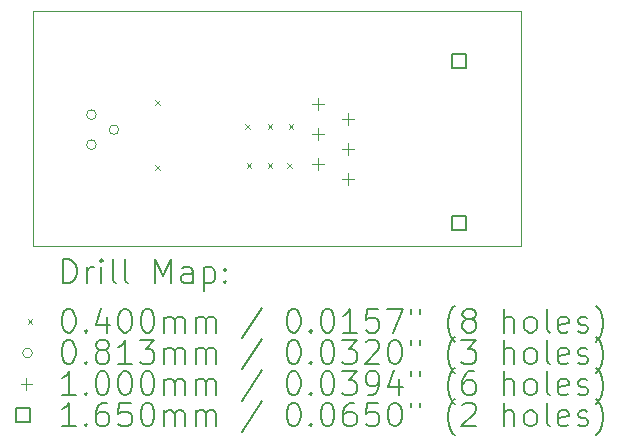
<source format=gbr>
%TF.GenerationSoftware,KiCad,Pcbnew,7.0.6*%
%TF.CreationDate,2023-12-02T19:26:26-07:00*%
%TF.ProjectId,Temp Sensor Board 1,54656d70-2053-4656-9e73-6f7220426f61,rev?*%
%TF.SameCoordinates,Original*%
%TF.FileFunction,Drillmap*%
%TF.FilePolarity,Positive*%
%FSLAX45Y45*%
G04 Gerber Fmt 4.5, Leading zero omitted, Abs format (unit mm)*
G04 Created by KiCad (PCBNEW 7.0.6) date 2023-12-02 19:26:26*
%MOMM*%
%LPD*%
G01*
G04 APERTURE LIST*
%ADD10C,0.100000*%
%ADD11C,0.200000*%
%ADD12C,0.040000*%
%ADD13C,0.081280*%
%ADD14C,0.165000*%
G04 APERTURE END LIST*
D10*
X11722100Y-7251700D02*
X15853665Y-7251700D01*
X15853665Y-9236965D01*
X11722100Y-9236965D01*
X11722100Y-7251700D01*
D11*
D12*
X12756200Y-8006400D02*
X12796200Y-8046400D01*
X12796200Y-8006400D02*
X12756200Y-8046400D01*
X12756200Y-8552500D02*
X12796200Y-8592500D01*
X12796200Y-8552500D02*
X12756200Y-8592500D01*
X13518200Y-8209600D02*
X13558200Y-8249600D01*
X13558200Y-8209600D02*
X13518200Y-8249600D01*
X13530900Y-8539800D02*
X13570900Y-8579800D01*
X13570900Y-8539800D02*
X13530900Y-8579800D01*
X13708700Y-8209600D02*
X13748700Y-8249600D01*
X13748700Y-8209600D02*
X13708700Y-8249600D01*
X13708700Y-8539800D02*
X13748700Y-8579800D01*
X13748700Y-8539800D02*
X13708700Y-8579800D01*
X13873800Y-8539800D02*
X13913800Y-8579800D01*
X13913800Y-8539800D02*
X13873800Y-8579800D01*
X13886500Y-8209600D02*
X13926500Y-8249600D01*
X13926500Y-8209600D02*
X13886500Y-8249600D01*
D13*
X12258040Y-8128000D02*
G75*
G03*
X12258040Y-8128000I-40640J0D01*
G01*
X12258040Y-8382000D02*
G75*
G03*
X12258040Y-8382000I-40640J0D01*
G01*
X12448540Y-8255000D02*
G75*
G03*
X12448540Y-8255000I-40640J0D01*
G01*
D10*
X14135100Y-7989100D02*
X14135100Y-8089100D01*
X14085100Y-8039100D02*
X14185100Y-8039100D01*
X14135100Y-8243100D02*
X14135100Y-8343100D01*
X14085100Y-8293100D02*
X14185100Y-8293100D01*
X14135100Y-8497100D02*
X14135100Y-8597100D01*
X14085100Y-8547100D02*
X14185100Y-8547100D01*
X14389100Y-8116100D02*
X14389100Y-8216100D01*
X14339100Y-8166100D02*
X14439100Y-8166100D01*
X14389100Y-8370100D02*
X14389100Y-8470100D01*
X14339100Y-8420100D02*
X14439100Y-8420100D01*
X14389100Y-8624100D02*
X14389100Y-8724100D01*
X14339100Y-8674100D02*
X14439100Y-8674100D01*
D14*
X15387437Y-7729437D02*
X15387437Y-7612763D01*
X15270763Y-7612763D01*
X15270763Y-7729437D01*
X15387437Y-7729437D01*
X15387437Y-9101437D02*
X15387437Y-8984763D01*
X15270763Y-8984763D01*
X15270763Y-9101437D01*
X15387437Y-9101437D01*
D11*
X11977877Y-9553448D02*
X11977877Y-9353448D01*
X11977877Y-9353448D02*
X12025496Y-9353448D01*
X12025496Y-9353448D02*
X12054067Y-9362972D01*
X12054067Y-9362972D02*
X12073115Y-9382020D01*
X12073115Y-9382020D02*
X12082639Y-9401067D01*
X12082639Y-9401067D02*
X12092162Y-9439163D01*
X12092162Y-9439163D02*
X12092162Y-9467734D01*
X12092162Y-9467734D02*
X12082639Y-9505829D01*
X12082639Y-9505829D02*
X12073115Y-9524877D01*
X12073115Y-9524877D02*
X12054067Y-9543925D01*
X12054067Y-9543925D02*
X12025496Y-9553448D01*
X12025496Y-9553448D02*
X11977877Y-9553448D01*
X12177877Y-9553448D02*
X12177877Y-9420115D01*
X12177877Y-9458210D02*
X12187401Y-9439163D01*
X12187401Y-9439163D02*
X12196924Y-9429639D01*
X12196924Y-9429639D02*
X12215972Y-9420115D01*
X12215972Y-9420115D02*
X12235020Y-9420115D01*
X12301686Y-9553448D02*
X12301686Y-9420115D01*
X12301686Y-9353448D02*
X12292162Y-9362972D01*
X12292162Y-9362972D02*
X12301686Y-9372496D01*
X12301686Y-9372496D02*
X12311210Y-9362972D01*
X12311210Y-9362972D02*
X12301686Y-9353448D01*
X12301686Y-9353448D02*
X12301686Y-9372496D01*
X12425496Y-9553448D02*
X12406448Y-9543925D01*
X12406448Y-9543925D02*
X12396924Y-9524877D01*
X12396924Y-9524877D02*
X12396924Y-9353448D01*
X12530258Y-9553448D02*
X12511210Y-9543925D01*
X12511210Y-9543925D02*
X12501686Y-9524877D01*
X12501686Y-9524877D02*
X12501686Y-9353448D01*
X12758829Y-9553448D02*
X12758829Y-9353448D01*
X12758829Y-9353448D02*
X12825496Y-9496306D01*
X12825496Y-9496306D02*
X12892162Y-9353448D01*
X12892162Y-9353448D02*
X12892162Y-9553448D01*
X13073115Y-9553448D02*
X13073115Y-9448687D01*
X13073115Y-9448687D02*
X13063591Y-9429639D01*
X13063591Y-9429639D02*
X13044543Y-9420115D01*
X13044543Y-9420115D02*
X13006448Y-9420115D01*
X13006448Y-9420115D02*
X12987401Y-9429639D01*
X13073115Y-9543925D02*
X13054067Y-9553448D01*
X13054067Y-9553448D02*
X13006448Y-9553448D01*
X13006448Y-9553448D02*
X12987401Y-9543925D01*
X12987401Y-9543925D02*
X12977877Y-9524877D01*
X12977877Y-9524877D02*
X12977877Y-9505829D01*
X12977877Y-9505829D02*
X12987401Y-9486782D01*
X12987401Y-9486782D02*
X13006448Y-9477258D01*
X13006448Y-9477258D02*
X13054067Y-9477258D01*
X13054067Y-9477258D02*
X13073115Y-9467734D01*
X13168353Y-9420115D02*
X13168353Y-9620115D01*
X13168353Y-9429639D02*
X13187401Y-9420115D01*
X13187401Y-9420115D02*
X13225496Y-9420115D01*
X13225496Y-9420115D02*
X13244543Y-9429639D01*
X13244543Y-9429639D02*
X13254067Y-9439163D01*
X13254067Y-9439163D02*
X13263591Y-9458210D01*
X13263591Y-9458210D02*
X13263591Y-9515353D01*
X13263591Y-9515353D02*
X13254067Y-9534401D01*
X13254067Y-9534401D02*
X13244543Y-9543925D01*
X13244543Y-9543925D02*
X13225496Y-9553448D01*
X13225496Y-9553448D02*
X13187401Y-9553448D01*
X13187401Y-9553448D02*
X13168353Y-9543925D01*
X13349305Y-9534401D02*
X13358829Y-9543925D01*
X13358829Y-9543925D02*
X13349305Y-9553448D01*
X13349305Y-9553448D02*
X13339782Y-9543925D01*
X13339782Y-9543925D02*
X13349305Y-9534401D01*
X13349305Y-9534401D02*
X13349305Y-9553448D01*
X13349305Y-9429639D02*
X13358829Y-9439163D01*
X13358829Y-9439163D02*
X13349305Y-9448687D01*
X13349305Y-9448687D02*
X13339782Y-9439163D01*
X13339782Y-9439163D02*
X13349305Y-9429639D01*
X13349305Y-9429639D02*
X13349305Y-9448687D01*
D12*
X11677100Y-9861965D02*
X11717100Y-9901965D01*
X11717100Y-9861965D02*
X11677100Y-9901965D01*
D11*
X12015972Y-9773448D02*
X12035020Y-9773448D01*
X12035020Y-9773448D02*
X12054067Y-9782972D01*
X12054067Y-9782972D02*
X12063591Y-9792496D01*
X12063591Y-9792496D02*
X12073115Y-9811544D01*
X12073115Y-9811544D02*
X12082639Y-9849639D01*
X12082639Y-9849639D02*
X12082639Y-9897258D01*
X12082639Y-9897258D02*
X12073115Y-9935353D01*
X12073115Y-9935353D02*
X12063591Y-9954401D01*
X12063591Y-9954401D02*
X12054067Y-9963925D01*
X12054067Y-9963925D02*
X12035020Y-9973448D01*
X12035020Y-9973448D02*
X12015972Y-9973448D01*
X12015972Y-9973448D02*
X11996924Y-9963925D01*
X11996924Y-9963925D02*
X11987401Y-9954401D01*
X11987401Y-9954401D02*
X11977877Y-9935353D01*
X11977877Y-9935353D02*
X11968353Y-9897258D01*
X11968353Y-9897258D02*
X11968353Y-9849639D01*
X11968353Y-9849639D02*
X11977877Y-9811544D01*
X11977877Y-9811544D02*
X11987401Y-9792496D01*
X11987401Y-9792496D02*
X11996924Y-9782972D01*
X11996924Y-9782972D02*
X12015972Y-9773448D01*
X12168353Y-9954401D02*
X12177877Y-9963925D01*
X12177877Y-9963925D02*
X12168353Y-9973448D01*
X12168353Y-9973448D02*
X12158829Y-9963925D01*
X12158829Y-9963925D02*
X12168353Y-9954401D01*
X12168353Y-9954401D02*
X12168353Y-9973448D01*
X12349305Y-9840115D02*
X12349305Y-9973448D01*
X12301686Y-9763925D02*
X12254067Y-9906782D01*
X12254067Y-9906782D02*
X12377877Y-9906782D01*
X12492162Y-9773448D02*
X12511210Y-9773448D01*
X12511210Y-9773448D02*
X12530258Y-9782972D01*
X12530258Y-9782972D02*
X12539782Y-9792496D01*
X12539782Y-9792496D02*
X12549305Y-9811544D01*
X12549305Y-9811544D02*
X12558829Y-9849639D01*
X12558829Y-9849639D02*
X12558829Y-9897258D01*
X12558829Y-9897258D02*
X12549305Y-9935353D01*
X12549305Y-9935353D02*
X12539782Y-9954401D01*
X12539782Y-9954401D02*
X12530258Y-9963925D01*
X12530258Y-9963925D02*
X12511210Y-9973448D01*
X12511210Y-9973448D02*
X12492162Y-9973448D01*
X12492162Y-9973448D02*
X12473115Y-9963925D01*
X12473115Y-9963925D02*
X12463591Y-9954401D01*
X12463591Y-9954401D02*
X12454067Y-9935353D01*
X12454067Y-9935353D02*
X12444543Y-9897258D01*
X12444543Y-9897258D02*
X12444543Y-9849639D01*
X12444543Y-9849639D02*
X12454067Y-9811544D01*
X12454067Y-9811544D02*
X12463591Y-9792496D01*
X12463591Y-9792496D02*
X12473115Y-9782972D01*
X12473115Y-9782972D02*
X12492162Y-9773448D01*
X12682639Y-9773448D02*
X12701686Y-9773448D01*
X12701686Y-9773448D02*
X12720734Y-9782972D01*
X12720734Y-9782972D02*
X12730258Y-9792496D01*
X12730258Y-9792496D02*
X12739782Y-9811544D01*
X12739782Y-9811544D02*
X12749305Y-9849639D01*
X12749305Y-9849639D02*
X12749305Y-9897258D01*
X12749305Y-9897258D02*
X12739782Y-9935353D01*
X12739782Y-9935353D02*
X12730258Y-9954401D01*
X12730258Y-9954401D02*
X12720734Y-9963925D01*
X12720734Y-9963925D02*
X12701686Y-9973448D01*
X12701686Y-9973448D02*
X12682639Y-9973448D01*
X12682639Y-9973448D02*
X12663591Y-9963925D01*
X12663591Y-9963925D02*
X12654067Y-9954401D01*
X12654067Y-9954401D02*
X12644543Y-9935353D01*
X12644543Y-9935353D02*
X12635020Y-9897258D01*
X12635020Y-9897258D02*
X12635020Y-9849639D01*
X12635020Y-9849639D02*
X12644543Y-9811544D01*
X12644543Y-9811544D02*
X12654067Y-9792496D01*
X12654067Y-9792496D02*
X12663591Y-9782972D01*
X12663591Y-9782972D02*
X12682639Y-9773448D01*
X12835020Y-9973448D02*
X12835020Y-9840115D01*
X12835020Y-9859163D02*
X12844543Y-9849639D01*
X12844543Y-9849639D02*
X12863591Y-9840115D01*
X12863591Y-9840115D02*
X12892163Y-9840115D01*
X12892163Y-9840115D02*
X12911210Y-9849639D01*
X12911210Y-9849639D02*
X12920734Y-9868687D01*
X12920734Y-9868687D02*
X12920734Y-9973448D01*
X12920734Y-9868687D02*
X12930258Y-9849639D01*
X12930258Y-9849639D02*
X12949305Y-9840115D01*
X12949305Y-9840115D02*
X12977877Y-9840115D01*
X12977877Y-9840115D02*
X12996924Y-9849639D01*
X12996924Y-9849639D02*
X13006448Y-9868687D01*
X13006448Y-9868687D02*
X13006448Y-9973448D01*
X13101686Y-9973448D02*
X13101686Y-9840115D01*
X13101686Y-9859163D02*
X13111210Y-9849639D01*
X13111210Y-9849639D02*
X13130258Y-9840115D01*
X13130258Y-9840115D02*
X13158829Y-9840115D01*
X13158829Y-9840115D02*
X13177877Y-9849639D01*
X13177877Y-9849639D02*
X13187401Y-9868687D01*
X13187401Y-9868687D02*
X13187401Y-9973448D01*
X13187401Y-9868687D02*
X13196924Y-9849639D01*
X13196924Y-9849639D02*
X13215972Y-9840115D01*
X13215972Y-9840115D02*
X13244543Y-9840115D01*
X13244543Y-9840115D02*
X13263591Y-9849639D01*
X13263591Y-9849639D02*
X13273115Y-9868687D01*
X13273115Y-9868687D02*
X13273115Y-9973448D01*
X13663591Y-9763925D02*
X13492163Y-10021067D01*
X13920734Y-9773448D02*
X13939782Y-9773448D01*
X13939782Y-9773448D02*
X13958829Y-9782972D01*
X13958829Y-9782972D02*
X13968353Y-9792496D01*
X13968353Y-9792496D02*
X13977877Y-9811544D01*
X13977877Y-9811544D02*
X13987401Y-9849639D01*
X13987401Y-9849639D02*
X13987401Y-9897258D01*
X13987401Y-9897258D02*
X13977877Y-9935353D01*
X13977877Y-9935353D02*
X13968353Y-9954401D01*
X13968353Y-9954401D02*
X13958829Y-9963925D01*
X13958829Y-9963925D02*
X13939782Y-9973448D01*
X13939782Y-9973448D02*
X13920734Y-9973448D01*
X13920734Y-9973448D02*
X13901686Y-9963925D01*
X13901686Y-9963925D02*
X13892163Y-9954401D01*
X13892163Y-9954401D02*
X13882639Y-9935353D01*
X13882639Y-9935353D02*
X13873115Y-9897258D01*
X13873115Y-9897258D02*
X13873115Y-9849639D01*
X13873115Y-9849639D02*
X13882639Y-9811544D01*
X13882639Y-9811544D02*
X13892163Y-9792496D01*
X13892163Y-9792496D02*
X13901686Y-9782972D01*
X13901686Y-9782972D02*
X13920734Y-9773448D01*
X14073115Y-9954401D02*
X14082639Y-9963925D01*
X14082639Y-9963925D02*
X14073115Y-9973448D01*
X14073115Y-9973448D02*
X14063591Y-9963925D01*
X14063591Y-9963925D02*
X14073115Y-9954401D01*
X14073115Y-9954401D02*
X14073115Y-9973448D01*
X14206448Y-9773448D02*
X14225496Y-9773448D01*
X14225496Y-9773448D02*
X14244544Y-9782972D01*
X14244544Y-9782972D02*
X14254067Y-9792496D01*
X14254067Y-9792496D02*
X14263591Y-9811544D01*
X14263591Y-9811544D02*
X14273115Y-9849639D01*
X14273115Y-9849639D02*
X14273115Y-9897258D01*
X14273115Y-9897258D02*
X14263591Y-9935353D01*
X14263591Y-9935353D02*
X14254067Y-9954401D01*
X14254067Y-9954401D02*
X14244544Y-9963925D01*
X14244544Y-9963925D02*
X14225496Y-9973448D01*
X14225496Y-9973448D02*
X14206448Y-9973448D01*
X14206448Y-9973448D02*
X14187401Y-9963925D01*
X14187401Y-9963925D02*
X14177877Y-9954401D01*
X14177877Y-9954401D02*
X14168353Y-9935353D01*
X14168353Y-9935353D02*
X14158829Y-9897258D01*
X14158829Y-9897258D02*
X14158829Y-9849639D01*
X14158829Y-9849639D02*
X14168353Y-9811544D01*
X14168353Y-9811544D02*
X14177877Y-9792496D01*
X14177877Y-9792496D02*
X14187401Y-9782972D01*
X14187401Y-9782972D02*
X14206448Y-9773448D01*
X14463591Y-9973448D02*
X14349306Y-9973448D01*
X14406448Y-9973448D02*
X14406448Y-9773448D01*
X14406448Y-9773448D02*
X14387401Y-9802020D01*
X14387401Y-9802020D02*
X14368353Y-9821067D01*
X14368353Y-9821067D02*
X14349306Y-9830591D01*
X14644544Y-9773448D02*
X14549306Y-9773448D01*
X14549306Y-9773448D02*
X14539782Y-9868687D01*
X14539782Y-9868687D02*
X14549306Y-9859163D01*
X14549306Y-9859163D02*
X14568353Y-9849639D01*
X14568353Y-9849639D02*
X14615972Y-9849639D01*
X14615972Y-9849639D02*
X14635020Y-9859163D01*
X14635020Y-9859163D02*
X14644544Y-9868687D01*
X14644544Y-9868687D02*
X14654067Y-9887734D01*
X14654067Y-9887734D02*
X14654067Y-9935353D01*
X14654067Y-9935353D02*
X14644544Y-9954401D01*
X14644544Y-9954401D02*
X14635020Y-9963925D01*
X14635020Y-9963925D02*
X14615972Y-9973448D01*
X14615972Y-9973448D02*
X14568353Y-9973448D01*
X14568353Y-9973448D02*
X14549306Y-9963925D01*
X14549306Y-9963925D02*
X14539782Y-9954401D01*
X14720734Y-9773448D02*
X14854067Y-9773448D01*
X14854067Y-9773448D02*
X14768353Y-9973448D01*
X14920734Y-9773448D02*
X14920734Y-9811544D01*
X14996925Y-9773448D02*
X14996925Y-9811544D01*
X15292163Y-10049639D02*
X15282639Y-10040115D01*
X15282639Y-10040115D02*
X15263591Y-10011544D01*
X15263591Y-10011544D02*
X15254068Y-9992496D01*
X15254068Y-9992496D02*
X15244544Y-9963925D01*
X15244544Y-9963925D02*
X15235020Y-9916306D01*
X15235020Y-9916306D02*
X15235020Y-9878210D01*
X15235020Y-9878210D02*
X15244544Y-9830591D01*
X15244544Y-9830591D02*
X15254068Y-9802020D01*
X15254068Y-9802020D02*
X15263591Y-9782972D01*
X15263591Y-9782972D02*
X15282639Y-9754401D01*
X15282639Y-9754401D02*
X15292163Y-9744877D01*
X15396925Y-9859163D02*
X15377877Y-9849639D01*
X15377877Y-9849639D02*
X15368353Y-9840115D01*
X15368353Y-9840115D02*
X15358829Y-9821067D01*
X15358829Y-9821067D02*
X15358829Y-9811544D01*
X15358829Y-9811544D02*
X15368353Y-9792496D01*
X15368353Y-9792496D02*
X15377877Y-9782972D01*
X15377877Y-9782972D02*
X15396925Y-9773448D01*
X15396925Y-9773448D02*
X15435020Y-9773448D01*
X15435020Y-9773448D02*
X15454068Y-9782972D01*
X15454068Y-9782972D02*
X15463591Y-9792496D01*
X15463591Y-9792496D02*
X15473115Y-9811544D01*
X15473115Y-9811544D02*
X15473115Y-9821067D01*
X15473115Y-9821067D02*
X15463591Y-9840115D01*
X15463591Y-9840115D02*
X15454068Y-9849639D01*
X15454068Y-9849639D02*
X15435020Y-9859163D01*
X15435020Y-9859163D02*
X15396925Y-9859163D01*
X15396925Y-9859163D02*
X15377877Y-9868687D01*
X15377877Y-9868687D02*
X15368353Y-9878210D01*
X15368353Y-9878210D02*
X15358829Y-9897258D01*
X15358829Y-9897258D02*
X15358829Y-9935353D01*
X15358829Y-9935353D02*
X15368353Y-9954401D01*
X15368353Y-9954401D02*
X15377877Y-9963925D01*
X15377877Y-9963925D02*
X15396925Y-9973448D01*
X15396925Y-9973448D02*
X15435020Y-9973448D01*
X15435020Y-9973448D02*
X15454068Y-9963925D01*
X15454068Y-9963925D02*
X15463591Y-9954401D01*
X15463591Y-9954401D02*
X15473115Y-9935353D01*
X15473115Y-9935353D02*
X15473115Y-9897258D01*
X15473115Y-9897258D02*
X15463591Y-9878210D01*
X15463591Y-9878210D02*
X15454068Y-9868687D01*
X15454068Y-9868687D02*
X15435020Y-9859163D01*
X15711210Y-9973448D02*
X15711210Y-9773448D01*
X15796925Y-9973448D02*
X15796925Y-9868687D01*
X15796925Y-9868687D02*
X15787401Y-9849639D01*
X15787401Y-9849639D02*
X15768353Y-9840115D01*
X15768353Y-9840115D02*
X15739782Y-9840115D01*
X15739782Y-9840115D02*
X15720734Y-9849639D01*
X15720734Y-9849639D02*
X15711210Y-9859163D01*
X15920734Y-9973448D02*
X15901687Y-9963925D01*
X15901687Y-9963925D02*
X15892163Y-9954401D01*
X15892163Y-9954401D02*
X15882639Y-9935353D01*
X15882639Y-9935353D02*
X15882639Y-9878210D01*
X15882639Y-9878210D02*
X15892163Y-9859163D01*
X15892163Y-9859163D02*
X15901687Y-9849639D01*
X15901687Y-9849639D02*
X15920734Y-9840115D01*
X15920734Y-9840115D02*
X15949306Y-9840115D01*
X15949306Y-9840115D02*
X15968353Y-9849639D01*
X15968353Y-9849639D02*
X15977877Y-9859163D01*
X15977877Y-9859163D02*
X15987401Y-9878210D01*
X15987401Y-9878210D02*
X15987401Y-9935353D01*
X15987401Y-9935353D02*
X15977877Y-9954401D01*
X15977877Y-9954401D02*
X15968353Y-9963925D01*
X15968353Y-9963925D02*
X15949306Y-9973448D01*
X15949306Y-9973448D02*
X15920734Y-9973448D01*
X16101687Y-9973448D02*
X16082639Y-9963925D01*
X16082639Y-9963925D02*
X16073115Y-9944877D01*
X16073115Y-9944877D02*
X16073115Y-9773448D01*
X16254068Y-9963925D02*
X16235020Y-9973448D01*
X16235020Y-9973448D02*
X16196925Y-9973448D01*
X16196925Y-9973448D02*
X16177877Y-9963925D01*
X16177877Y-9963925D02*
X16168353Y-9944877D01*
X16168353Y-9944877D02*
X16168353Y-9868687D01*
X16168353Y-9868687D02*
X16177877Y-9849639D01*
X16177877Y-9849639D02*
X16196925Y-9840115D01*
X16196925Y-9840115D02*
X16235020Y-9840115D01*
X16235020Y-9840115D02*
X16254068Y-9849639D01*
X16254068Y-9849639D02*
X16263591Y-9868687D01*
X16263591Y-9868687D02*
X16263591Y-9887734D01*
X16263591Y-9887734D02*
X16168353Y-9906782D01*
X16339782Y-9963925D02*
X16358830Y-9973448D01*
X16358830Y-9973448D02*
X16396925Y-9973448D01*
X16396925Y-9973448D02*
X16415972Y-9963925D01*
X16415972Y-9963925D02*
X16425496Y-9944877D01*
X16425496Y-9944877D02*
X16425496Y-9935353D01*
X16425496Y-9935353D02*
X16415972Y-9916306D01*
X16415972Y-9916306D02*
X16396925Y-9906782D01*
X16396925Y-9906782D02*
X16368353Y-9906782D01*
X16368353Y-9906782D02*
X16349306Y-9897258D01*
X16349306Y-9897258D02*
X16339782Y-9878210D01*
X16339782Y-9878210D02*
X16339782Y-9868687D01*
X16339782Y-9868687D02*
X16349306Y-9849639D01*
X16349306Y-9849639D02*
X16368353Y-9840115D01*
X16368353Y-9840115D02*
X16396925Y-9840115D01*
X16396925Y-9840115D02*
X16415972Y-9849639D01*
X16492163Y-10049639D02*
X16501687Y-10040115D01*
X16501687Y-10040115D02*
X16520734Y-10011544D01*
X16520734Y-10011544D02*
X16530258Y-9992496D01*
X16530258Y-9992496D02*
X16539782Y-9963925D01*
X16539782Y-9963925D02*
X16549306Y-9916306D01*
X16549306Y-9916306D02*
X16549306Y-9878210D01*
X16549306Y-9878210D02*
X16539782Y-9830591D01*
X16539782Y-9830591D02*
X16530258Y-9802020D01*
X16530258Y-9802020D02*
X16520734Y-9782972D01*
X16520734Y-9782972D02*
X16501687Y-9754401D01*
X16501687Y-9754401D02*
X16492163Y-9744877D01*
D13*
X11717100Y-10145965D02*
G75*
G03*
X11717100Y-10145965I-40640J0D01*
G01*
D11*
X12015972Y-10037448D02*
X12035020Y-10037448D01*
X12035020Y-10037448D02*
X12054067Y-10046972D01*
X12054067Y-10046972D02*
X12063591Y-10056496D01*
X12063591Y-10056496D02*
X12073115Y-10075544D01*
X12073115Y-10075544D02*
X12082639Y-10113639D01*
X12082639Y-10113639D02*
X12082639Y-10161258D01*
X12082639Y-10161258D02*
X12073115Y-10199353D01*
X12073115Y-10199353D02*
X12063591Y-10218401D01*
X12063591Y-10218401D02*
X12054067Y-10227925D01*
X12054067Y-10227925D02*
X12035020Y-10237448D01*
X12035020Y-10237448D02*
X12015972Y-10237448D01*
X12015972Y-10237448D02*
X11996924Y-10227925D01*
X11996924Y-10227925D02*
X11987401Y-10218401D01*
X11987401Y-10218401D02*
X11977877Y-10199353D01*
X11977877Y-10199353D02*
X11968353Y-10161258D01*
X11968353Y-10161258D02*
X11968353Y-10113639D01*
X11968353Y-10113639D02*
X11977877Y-10075544D01*
X11977877Y-10075544D02*
X11987401Y-10056496D01*
X11987401Y-10056496D02*
X11996924Y-10046972D01*
X11996924Y-10046972D02*
X12015972Y-10037448D01*
X12168353Y-10218401D02*
X12177877Y-10227925D01*
X12177877Y-10227925D02*
X12168353Y-10237448D01*
X12168353Y-10237448D02*
X12158829Y-10227925D01*
X12158829Y-10227925D02*
X12168353Y-10218401D01*
X12168353Y-10218401D02*
X12168353Y-10237448D01*
X12292162Y-10123163D02*
X12273115Y-10113639D01*
X12273115Y-10113639D02*
X12263591Y-10104115D01*
X12263591Y-10104115D02*
X12254067Y-10085067D01*
X12254067Y-10085067D02*
X12254067Y-10075544D01*
X12254067Y-10075544D02*
X12263591Y-10056496D01*
X12263591Y-10056496D02*
X12273115Y-10046972D01*
X12273115Y-10046972D02*
X12292162Y-10037448D01*
X12292162Y-10037448D02*
X12330258Y-10037448D01*
X12330258Y-10037448D02*
X12349305Y-10046972D01*
X12349305Y-10046972D02*
X12358829Y-10056496D01*
X12358829Y-10056496D02*
X12368353Y-10075544D01*
X12368353Y-10075544D02*
X12368353Y-10085067D01*
X12368353Y-10085067D02*
X12358829Y-10104115D01*
X12358829Y-10104115D02*
X12349305Y-10113639D01*
X12349305Y-10113639D02*
X12330258Y-10123163D01*
X12330258Y-10123163D02*
X12292162Y-10123163D01*
X12292162Y-10123163D02*
X12273115Y-10132687D01*
X12273115Y-10132687D02*
X12263591Y-10142210D01*
X12263591Y-10142210D02*
X12254067Y-10161258D01*
X12254067Y-10161258D02*
X12254067Y-10199353D01*
X12254067Y-10199353D02*
X12263591Y-10218401D01*
X12263591Y-10218401D02*
X12273115Y-10227925D01*
X12273115Y-10227925D02*
X12292162Y-10237448D01*
X12292162Y-10237448D02*
X12330258Y-10237448D01*
X12330258Y-10237448D02*
X12349305Y-10227925D01*
X12349305Y-10227925D02*
X12358829Y-10218401D01*
X12358829Y-10218401D02*
X12368353Y-10199353D01*
X12368353Y-10199353D02*
X12368353Y-10161258D01*
X12368353Y-10161258D02*
X12358829Y-10142210D01*
X12358829Y-10142210D02*
X12349305Y-10132687D01*
X12349305Y-10132687D02*
X12330258Y-10123163D01*
X12558829Y-10237448D02*
X12444543Y-10237448D01*
X12501686Y-10237448D02*
X12501686Y-10037448D01*
X12501686Y-10037448D02*
X12482639Y-10066020D01*
X12482639Y-10066020D02*
X12463591Y-10085067D01*
X12463591Y-10085067D02*
X12444543Y-10094591D01*
X12625496Y-10037448D02*
X12749305Y-10037448D01*
X12749305Y-10037448D02*
X12682639Y-10113639D01*
X12682639Y-10113639D02*
X12711210Y-10113639D01*
X12711210Y-10113639D02*
X12730258Y-10123163D01*
X12730258Y-10123163D02*
X12739782Y-10132687D01*
X12739782Y-10132687D02*
X12749305Y-10151734D01*
X12749305Y-10151734D02*
X12749305Y-10199353D01*
X12749305Y-10199353D02*
X12739782Y-10218401D01*
X12739782Y-10218401D02*
X12730258Y-10227925D01*
X12730258Y-10227925D02*
X12711210Y-10237448D01*
X12711210Y-10237448D02*
X12654067Y-10237448D01*
X12654067Y-10237448D02*
X12635020Y-10227925D01*
X12635020Y-10227925D02*
X12625496Y-10218401D01*
X12835020Y-10237448D02*
X12835020Y-10104115D01*
X12835020Y-10123163D02*
X12844543Y-10113639D01*
X12844543Y-10113639D02*
X12863591Y-10104115D01*
X12863591Y-10104115D02*
X12892163Y-10104115D01*
X12892163Y-10104115D02*
X12911210Y-10113639D01*
X12911210Y-10113639D02*
X12920734Y-10132687D01*
X12920734Y-10132687D02*
X12920734Y-10237448D01*
X12920734Y-10132687D02*
X12930258Y-10113639D01*
X12930258Y-10113639D02*
X12949305Y-10104115D01*
X12949305Y-10104115D02*
X12977877Y-10104115D01*
X12977877Y-10104115D02*
X12996924Y-10113639D01*
X12996924Y-10113639D02*
X13006448Y-10132687D01*
X13006448Y-10132687D02*
X13006448Y-10237448D01*
X13101686Y-10237448D02*
X13101686Y-10104115D01*
X13101686Y-10123163D02*
X13111210Y-10113639D01*
X13111210Y-10113639D02*
X13130258Y-10104115D01*
X13130258Y-10104115D02*
X13158829Y-10104115D01*
X13158829Y-10104115D02*
X13177877Y-10113639D01*
X13177877Y-10113639D02*
X13187401Y-10132687D01*
X13187401Y-10132687D02*
X13187401Y-10237448D01*
X13187401Y-10132687D02*
X13196924Y-10113639D01*
X13196924Y-10113639D02*
X13215972Y-10104115D01*
X13215972Y-10104115D02*
X13244543Y-10104115D01*
X13244543Y-10104115D02*
X13263591Y-10113639D01*
X13263591Y-10113639D02*
X13273115Y-10132687D01*
X13273115Y-10132687D02*
X13273115Y-10237448D01*
X13663591Y-10027925D02*
X13492163Y-10285067D01*
X13920734Y-10037448D02*
X13939782Y-10037448D01*
X13939782Y-10037448D02*
X13958829Y-10046972D01*
X13958829Y-10046972D02*
X13968353Y-10056496D01*
X13968353Y-10056496D02*
X13977877Y-10075544D01*
X13977877Y-10075544D02*
X13987401Y-10113639D01*
X13987401Y-10113639D02*
X13987401Y-10161258D01*
X13987401Y-10161258D02*
X13977877Y-10199353D01*
X13977877Y-10199353D02*
X13968353Y-10218401D01*
X13968353Y-10218401D02*
X13958829Y-10227925D01*
X13958829Y-10227925D02*
X13939782Y-10237448D01*
X13939782Y-10237448D02*
X13920734Y-10237448D01*
X13920734Y-10237448D02*
X13901686Y-10227925D01*
X13901686Y-10227925D02*
X13892163Y-10218401D01*
X13892163Y-10218401D02*
X13882639Y-10199353D01*
X13882639Y-10199353D02*
X13873115Y-10161258D01*
X13873115Y-10161258D02*
X13873115Y-10113639D01*
X13873115Y-10113639D02*
X13882639Y-10075544D01*
X13882639Y-10075544D02*
X13892163Y-10056496D01*
X13892163Y-10056496D02*
X13901686Y-10046972D01*
X13901686Y-10046972D02*
X13920734Y-10037448D01*
X14073115Y-10218401D02*
X14082639Y-10227925D01*
X14082639Y-10227925D02*
X14073115Y-10237448D01*
X14073115Y-10237448D02*
X14063591Y-10227925D01*
X14063591Y-10227925D02*
X14073115Y-10218401D01*
X14073115Y-10218401D02*
X14073115Y-10237448D01*
X14206448Y-10037448D02*
X14225496Y-10037448D01*
X14225496Y-10037448D02*
X14244544Y-10046972D01*
X14244544Y-10046972D02*
X14254067Y-10056496D01*
X14254067Y-10056496D02*
X14263591Y-10075544D01*
X14263591Y-10075544D02*
X14273115Y-10113639D01*
X14273115Y-10113639D02*
X14273115Y-10161258D01*
X14273115Y-10161258D02*
X14263591Y-10199353D01*
X14263591Y-10199353D02*
X14254067Y-10218401D01*
X14254067Y-10218401D02*
X14244544Y-10227925D01*
X14244544Y-10227925D02*
X14225496Y-10237448D01*
X14225496Y-10237448D02*
X14206448Y-10237448D01*
X14206448Y-10237448D02*
X14187401Y-10227925D01*
X14187401Y-10227925D02*
X14177877Y-10218401D01*
X14177877Y-10218401D02*
X14168353Y-10199353D01*
X14168353Y-10199353D02*
X14158829Y-10161258D01*
X14158829Y-10161258D02*
X14158829Y-10113639D01*
X14158829Y-10113639D02*
X14168353Y-10075544D01*
X14168353Y-10075544D02*
X14177877Y-10056496D01*
X14177877Y-10056496D02*
X14187401Y-10046972D01*
X14187401Y-10046972D02*
X14206448Y-10037448D01*
X14339782Y-10037448D02*
X14463591Y-10037448D01*
X14463591Y-10037448D02*
X14396925Y-10113639D01*
X14396925Y-10113639D02*
X14425496Y-10113639D01*
X14425496Y-10113639D02*
X14444544Y-10123163D01*
X14444544Y-10123163D02*
X14454067Y-10132687D01*
X14454067Y-10132687D02*
X14463591Y-10151734D01*
X14463591Y-10151734D02*
X14463591Y-10199353D01*
X14463591Y-10199353D02*
X14454067Y-10218401D01*
X14454067Y-10218401D02*
X14444544Y-10227925D01*
X14444544Y-10227925D02*
X14425496Y-10237448D01*
X14425496Y-10237448D02*
X14368353Y-10237448D01*
X14368353Y-10237448D02*
X14349306Y-10227925D01*
X14349306Y-10227925D02*
X14339782Y-10218401D01*
X14539782Y-10056496D02*
X14549306Y-10046972D01*
X14549306Y-10046972D02*
X14568353Y-10037448D01*
X14568353Y-10037448D02*
X14615972Y-10037448D01*
X14615972Y-10037448D02*
X14635020Y-10046972D01*
X14635020Y-10046972D02*
X14644544Y-10056496D01*
X14644544Y-10056496D02*
X14654067Y-10075544D01*
X14654067Y-10075544D02*
X14654067Y-10094591D01*
X14654067Y-10094591D02*
X14644544Y-10123163D01*
X14644544Y-10123163D02*
X14530258Y-10237448D01*
X14530258Y-10237448D02*
X14654067Y-10237448D01*
X14777877Y-10037448D02*
X14796925Y-10037448D01*
X14796925Y-10037448D02*
X14815972Y-10046972D01*
X14815972Y-10046972D02*
X14825496Y-10056496D01*
X14825496Y-10056496D02*
X14835020Y-10075544D01*
X14835020Y-10075544D02*
X14844544Y-10113639D01*
X14844544Y-10113639D02*
X14844544Y-10161258D01*
X14844544Y-10161258D02*
X14835020Y-10199353D01*
X14835020Y-10199353D02*
X14825496Y-10218401D01*
X14825496Y-10218401D02*
X14815972Y-10227925D01*
X14815972Y-10227925D02*
X14796925Y-10237448D01*
X14796925Y-10237448D02*
X14777877Y-10237448D01*
X14777877Y-10237448D02*
X14758829Y-10227925D01*
X14758829Y-10227925D02*
X14749306Y-10218401D01*
X14749306Y-10218401D02*
X14739782Y-10199353D01*
X14739782Y-10199353D02*
X14730258Y-10161258D01*
X14730258Y-10161258D02*
X14730258Y-10113639D01*
X14730258Y-10113639D02*
X14739782Y-10075544D01*
X14739782Y-10075544D02*
X14749306Y-10056496D01*
X14749306Y-10056496D02*
X14758829Y-10046972D01*
X14758829Y-10046972D02*
X14777877Y-10037448D01*
X14920734Y-10037448D02*
X14920734Y-10075544D01*
X14996925Y-10037448D02*
X14996925Y-10075544D01*
X15292163Y-10313639D02*
X15282639Y-10304115D01*
X15282639Y-10304115D02*
X15263591Y-10275544D01*
X15263591Y-10275544D02*
X15254068Y-10256496D01*
X15254068Y-10256496D02*
X15244544Y-10227925D01*
X15244544Y-10227925D02*
X15235020Y-10180306D01*
X15235020Y-10180306D02*
X15235020Y-10142210D01*
X15235020Y-10142210D02*
X15244544Y-10094591D01*
X15244544Y-10094591D02*
X15254068Y-10066020D01*
X15254068Y-10066020D02*
X15263591Y-10046972D01*
X15263591Y-10046972D02*
X15282639Y-10018401D01*
X15282639Y-10018401D02*
X15292163Y-10008877D01*
X15349306Y-10037448D02*
X15473115Y-10037448D01*
X15473115Y-10037448D02*
X15406448Y-10113639D01*
X15406448Y-10113639D02*
X15435020Y-10113639D01*
X15435020Y-10113639D02*
X15454068Y-10123163D01*
X15454068Y-10123163D02*
X15463591Y-10132687D01*
X15463591Y-10132687D02*
X15473115Y-10151734D01*
X15473115Y-10151734D02*
X15473115Y-10199353D01*
X15473115Y-10199353D02*
X15463591Y-10218401D01*
X15463591Y-10218401D02*
X15454068Y-10227925D01*
X15454068Y-10227925D02*
X15435020Y-10237448D01*
X15435020Y-10237448D02*
X15377877Y-10237448D01*
X15377877Y-10237448D02*
X15358829Y-10227925D01*
X15358829Y-10227925D02*
X15349306Y-10218401D01*
X15711210Y-10237448D02*
X15711210Y-10037448D01*
X15796925Y-10237448D02*
X15796925Y-10132687D01*
X15796925Y-10132687D02*
X15787401Y-10113639D01*
X15787401Y-10113639D02*
X15768353Y-10104115D01*
X15768353Y-10104115D02*
X15739782Y-10104115D01*
X15739782Y-10104115D02*
X15720734Y-10113639D01*
X15720734Y-10113639D02*
X15711210Y-10123163D01*
X15920734Y-10237448D02*
X15901687Y-10227925D01*
X15901687Y-10227925D02*
X15892163Y-10218401D01*
X15892163Y-10218401D02*
X15882639Y-10199353D01*
X15882639Y-10199353D02*
X15882639Y-10142210D01*
X15882639Y-10142210D02*
X15892163Y-10123163D01*
X15892163Y-10123163D02*
X15901687Y-10113639D01*
X15901687Y-10113639D02*
X15920734Y-10104115D01*
X15920734Y-10104115D02*
X15949306Y-10104115D01*
X15949306Y-10104115D02*
X15968353Y-10113639D01*
X15968353Y-10113639D02*
X15977877Y-10123163D01*
X15977877Y-10123163D02*
X15987401Y-10142210D01*
X15987401Y-10142210D02*
X15987401Y-10199353D01*
X15987401Y-10199353D02*
X15977877Y-10218401D01*
X15977877Y-10218401D02*
X15968353Y-10227925D01*
X15968353Y-10227925D02*
X15949306Y-10237448D01*
X15949306Y-10237448D02*
X15920734Y-10237448D01*
X16101687Y-10237448D02*
X16082639Y-10227925D01*
X16082639Y-10227925D02*
X16073115Y-10208877D01*
X16073115Y-10208877D02*
X16073115Y-10037448D01*
X16254068Y-10227925D02*
X16235020Y-10237448D01*
X16235020Y-10237448D02*
X16196925Y-10237448D01*
X16196925Y-10237448D02*
X16177877Y-10227925D01*
X16177877Y-10227925D02*
X16168353Y-10208877D01*
X16168353Y-10208877D02*
X16168353Y-10132687D01*
X16168353Y-10132687D02*
X16177877Y-10113639D01*
X16177877Y-10113639D02*
X16196925Y-10104115D01*
X16196925Y-10104115D02*
X16235020Y-10104115D01*
X16235020Y-10104115D02*
X16254068Y-10113639D01*
X16254068Y-10113639D02*
X16263591Y-10132687D01*
X16263591Y-10132687D02*
X16263591Y-10151734D01*
X16263591Y-10151734D02*
X16168353Y-10170782D01*
X16339782Y-10227925D02*
X16358830Y-10237448D01*
X16358830Y-10237448D02*
X16396925Y-10237448D01*
X16396925Y-10237448D02*
X16415972Y-10227925D01*
X16415972Y-10227925D02*
X16425496Y-10208877D01*
X16425496Y-10208877D02*
X16425496Y-10199353D01*
X16425496Y-10199353D02*
X16415972Y-10180306D01*
X16415972Y-10180306D02*
X16396925Y-10170782D01*
X16396925Y-10170782D02*
X16368353Y-10170782D01*
X16368353Y-10170782D02*
X16349306Y-10161258D01*
X16349306Y-10161258D02*
X16339782Y-10142210D01*
X16339782Y-10142210D02*
X16339782Y-10132687D01*
X16339782Y-10132687D02*
X16349306Y-10113639D01*
X16349306Y-10113639D02*
X16368353Y-10104115D01*
X16368353Y-10104115D02*
X16396925Y-10104115D01*
X16396925Y-10104115D02*
X16415972Y-10113639D01*
X16492163Y-10313639D02*
X16501687Y-10304115D01*
X16501687Y-10304115D02*
X16520734Y-10275544D01*
X16520734Y-10275544D02*
X16530258Y-10256496D01*
X16530258Y-10256496D02*
X16539782Y-10227925D01*
X16539782Y-10227925D02*
X16549306Y-10180306D01*
X16549306Y-10180306D02*
X16549306Y-10142210D01*
X16549306Y-10142210D02*
X16539782Y-10094591D01*
X16539782Y-10094591D02*
X16530258Y-10066020D01*
X16530258Y-10066020D02*
X16520734Y-10046972D01*
X16520734Y-10046972D02*
X16501687Y-10018401D01*
X16501687Y-10018401D02*
X16492163Y-10008877D01*
D10*
X11667100Y-10359965D02*
X11667100Y-10459965D01*
X11617100Y-10409965D02*
X11717100Y-10409965D01*
D11*
X12082639Y-10501448D02*
X11968353Y-10501448D01*
X12025496Y-10501448D02*
X12025496Y-10301448D01*
X12025496Y-10301448D02*
X12006448Y-10330020D01*
X12006448Y-10330020D02*
X11987401Y-10349067D01*
X11987401Y-10349067D02*
X11968353Y-10358591D01*
X12168353Y-10482401D02*
X12177877Y-10491925D01*
X12177877Y-10491925D02*
X12168353Y-10501448D01*
X12168353Y-10501448D02*
X12158829Y-10491925D01*
X12158829Y-10491925D02*
X12168353Y-10482401D01*
X12168353Y-10482401D02*
X12168353Y-10501448D01*
X12301686Y-10301448D02*
X12320734Y-10301448D01*
X12320734Y-10301448D02*
X12339782Y-10310972D01*
X12339782Y-10310972D02*
X12349305Y-10320496D01*
X12349305Y-10320496D02*
X12358829Y-10339544D01*
X12358829Y-10339544D02*
X12368353Y-10377639D01*
X12368353Y-10377639D02*
X12368353Y-10425258D01*
X12368353Y-10425258D02*
X12358829Y-10463353D01*
X12358829Y-10463353D02*
X12349305Y-10482401D01*
X12349305Y-10482401D02*
X12339782Y-10491925D01*
X12339782Y-10491925D02*
X12320734Y-10501448D01*
X12320734Y-10501448D02*
X12301686Y-10501448D01*
X12301686Y-10501448D02*
X12282639Y-10491925D01*
X12282639Y-10491925D02*
X12273115Y-10482401D01*
X12273115Y-10482401D02*
X12263591Y-10463353D01*
X12263591Y-10463353D02*
X12254067Y-10425258D01*
X12254067Y-10425258D02*
X12254067Y-10377639D01*
X12254067Y-10377639D02*
X12263591Y-10339544D01*
X12263591Y-10339544D02*
X12273115Y-10320496D01*
X12273115Y-10320496D02*
X12282639Y-10310972D01*
X12282639Y-10310972D02*
X12301686Y-10301448D01*
X12492162Y-10301448D02*
X12511210Y-10301448D01*
X12511210Y-10301448D02*
X12530258Y-10310972D01*
X12530258Y-10310972D02*
X12539782Y-10320496D01*
X12539782Y-10320496D02*
X12549305Y-10339544D01*
X12549305Y-10339544D02*
X12558829Y-10377639D01*
X12558829Y-10377639D02*
X12558829Y-10425258D01*
X12558829Y-10425258D02*
X12549305Y-10463353D01*
X12549305Y-10463353D02*
X12539782Y-10482401D01*
X12539782Y-10482401D02*
X12530258Y-10491925D01*
X12530258Y-10491925D02*
X12511210Y-10501448D01*
X12511210Y-10501448D02*
X12492162Y-10501448D01*
X12492162Y-10501448D02*
X12473115Y-10491925D01*
X12473115Y-10491925D02*
X12463591Y-10482401D01*
X12463591Y-10482401D02*
X12454067Y-10463353D01*
X12454067Y-10463353D02*
X12444543Y-10425258D01*
X12444543Y-10425258D02*
X12444543Y-10377639D01*
X12444543Y-10377639D02*
X12454067Y-10339544D01*
X12454067Y-10339544D02*
X12463591Y-10320496D01*
X12463591Y-10320496D02*
X12473115Y-10310972D01*
X12473115Y-10310972D02*
X12492162Y-10301448D01*
X12682639Y-10301448D02*
X12701686Y-10301448D01*
X12701686Y-10301448D02*
X12720734Y-10310972D01*
X12720734Y-10310972D02*
X12730258Y-10320496D01*
X12730258Y-10320496D02*
X12739782Y-10339544D01*
X12739782Y-10339544D02*
X12749305Y-10377639D01*
X12749305Y-10377639D02*
X12749305Y-10425258D01*
X12749305Y-10425258D02*
X12739782Y-10463353D01*
X12739782Y-10463353D02*
X12730258Y-10482401D01*
X12730258Y-10482401D02*
X12720734Y-10491925D01*
X12720734Y-10491925D02*
X12701686Y-10501448D01*
X12701686Y-10501448D02*
X12682639Y-10501448D01*
X12682639Y-10501448D02*
X12663591Y-10491925D01*
X12663591Y-10491925D02*
X12654067Y-10482401D01*
X12654067Y-10482401D02*
X12644543Y-10463353D01*
X12644543Y-10463353D02*
X12635020Y-10425258D01*
X12635020Y-10425258D02*
X12635020Y-10377639D01*
X12635020Y-10377639D02*
X12644543Y-10339544D01*
X12644543Y-10339544D02*
X12654067Y-10320496D01*
X12654067Y-10320496D02*
X12663591Y-10310972D01*
X12663591Y-10310972D02*
X12682639Y-10301448D01*
X12835020Y-10501448D02*
X12835020Y-10368115D01*
X12835020Y-10387163D02*
X12844543Y-10377639D01*
X12844543Y-10377639D02*
X12863591Y-10368115D01*
X12863591Y-10368115D02*
X12892163Y-10368115D01*
X12892163Y-10368115D02*
X12911210Y-10377639D01*
X12911210Y-10377639D02*
X12920734Y-10396687D01*
X12920734Y-10396687D02*
X12920734Y-10501448D01*
X12920734Y-10396687D02*
X12930258Y-10377639D01*
X12930258Y-10377639D02*
X12949305Y-10368115D01*
X12949305Y-10368115D02*
X12977877Y-10368115D01*
X12977877Y-10368115D02*
X12996924Y-10377639D01*
X12996924Y-10377639D02*
X13006448Y-10396687D01*
X13006448Y-10396687D02*
X13006448Y-10501448D01*
X13101686Y-10501448D02*
X13101686Y-10368115D01*
X13101686Y-10387163D02*
X13111210Y-10377639D01*
X13111210Y-10377639D02*
X13130258Y-10368115D01*
X13130258Y-10368115D02*
X13158829Y-10368115D01*
X13158829Y-10368115D02*
X13177877Y-10377639D01*
X13177877Y-10377639D02*
X13187401Y-10396687D01*
X13187401Y-10396687D02*
X13187401Y-10501448D01*
X13187401Y-10396687D02*
X13196924Y-10377639D01*
X13196924Y-10377639D02*
X13215972Y-10368115D01*
X13215972Y-10368115D02*
X13244543Y-10368115D01*
X13244543Y-10368115D02*
X13263591Y-10377639D01*
X13263591Y-10377639D02*
X13273115Y-10396687D01*
X13273115Y-10396687D02*
X13273115Y-10501448D01*
X13663591Y-10291925D02*
X13492163Y-10549067D01*
X13920734Y-10301448D02*
X13939782Y-10301448D01*
X13939782Y-10301448D02*
X13958829Y-10310972D01*
X13958829Y-10310972D02*
X13968353Y-10320496D01*
X13968353Y-10320496D02*
X13977877Y-10339544D01*
X13977877Y-10339544D02*
X13987401Y-10377639D01*
X13987401Y-10377639D02*
X13987401Y-10425258D01*
X13987401Y-10425258D02*
X13977877Y-10463353D01*
X13977877Y-10463353D02*
X13968353Y-10482401D01*
X13968353Y-10482401D02*
X13958829Y-10491925D01*
X13958829Y-10491925D02*
X13939782Y-10501448D01*
X13939782Y-10501448D02*
X13920734Y-10501448D01*
X13920734Y-10501448D02*
X13901686Y-10491925D01*
X13901686Y-10491925D02*
X13892163Y-10482401D01*
X13892163Y-10482401D02*
X13882639Y-10463353D01*
X13882639Y-10463353D02*
X13873115Y-10425258D01*
X13873115Y-10425258D02*
X13873115Y-10377639D01*
X13873115Y-10377639D02*
X13882639Y-10339544D01*
X13882639Y-10339544D02*
X13892163Y-10320496D01*
X13892163Y-10320496D02*
X13901686Y-10310972D01*
X13901686Y-10310972D02*
X13920734Y-10301448D01*
X14073115Y-10482401D02*
X14082639Y-10491925D01*
X14082639Y-10491925D02*
X14073115Y-10501448D01*
X14073115Y-10501448D02*
X14063591Y-10491925D01*
X14063591Y-10491925D02*
X14073115Y-10482401D01*
X14073115Y-10482401D02*
X14073115Y-10501448D01*
X14206448Y-10301448D02*
X14225496Y-10301448D01*
X14225496Y-10301448D02*
X14244544Y-10310972D01*
X14244544Y-10310972D02*
X14254067Y-10320496D01*
X14254067Y-10320496D02*
X14263591Y-10339544D01*
X14263591Y-10339544D02*
X14273115Y-10377639D01*
X14273115Y-10377639D02*
X14273115Y-10425258D01*
X14273115Y-10425258D02*
X14263591Y-10463353D01*
X14263591Y-10463353D02*
X14254067Y-10482401D01*
X14254067Y-10482401D02*
X14244544Y-10491925D01*
X14244544Y-10491925D02*
X14225496Y-10501448D01*
X14225496Y-10501448D02*
X14206448Y-10501448D01*
X14206448Y-10501448D02*
X14187401Y-10491925D01*
X14187401Y-10491925D02*
X14177877Y-10482401D01*
X14177877Y-10482401D02*
X14168353Y-10463353D01*
X14168353Y-10463353D02*
X14158829Y-10425258D01*
X14158829Y-10425258D02*
X14158829Y-10377639D01*
X14158829Y-10377639D02*
X14168353Y-10339544D01*
X14168353Y-10339544D02*
X14177877Y-10320496D01*
X14177877Y-10320496D02*
X14187401Y-10310972D01*
X14187401Y-10310972D02*
X14206448Y-10301448D01*
X14339782Y-10301448D02*
X14463591Y-10301448D01*
X14463591Y-10301448D02*
X14396925Y-10377639D01*
X14396925Y-10377639D02*
X14425496Y-10377639D01*
X14425496Y-10377639D02*
X14444544Y-10387163D01*
X14444544Y-10387163D02*
X14454067Y-10396687D01*
X14454067Y-10396687D02*
X14463591Y-10415734D01*
X14463591Y-10415734D02*
X14463591Y-10463353D01*
X14463591Y-10463353D02*
X14454067Y-10482401D01*
X14454067Y-10482401D02*
X14444544Y-10491925D01*
X14444544Y-10491925D02*
X14425496Y-10501448D01*
X14425496Y-10501448D02*
X14368353Y-10501448D01*
X14368353Y-10501448D02*
X14349306Y-10491925D01*
X14349306Y-10491925D02*
X14339782Y-10482401D01*
X14558829Y-10501448D02*
X14596925Y-10501448D01*
X14596925Y-10501448D02*
X14615972Y-10491925D01*
X14615972Y-10491925D02*
X14625496Y-10482401D01*
X14625496Y-10482401D02*
X14644544Y-10453829D01*
X14644544Y-10453829D02*
X14654067Y-10415734D01*
X14654067Y-10415734D02*
X14654067Y-10339544D01*
X14654067Y-10339544D02*
X14644544Y-10320496D01*
X14644544Y-10320496D02*
X14635020Y-10310972D01*
X14635020Y-10310972D02*
X14615972Y-10301448D01*
X14615972Y-10301448D02*
X14577877Y-10301448D01*
X14577877Y-10301448D02*
X14558829Y-10310972D01*
X14558829Y-10310972D02*
X14549306Y-10320496D01*
X14549306Y-10320496D02*
X14539782Y-10339544D01*
X14539782Y-10339544D02*
X14539782Y-10387163D01*
X14539782Y-10387163D02*
X14549306Y-10406210D01*
X14549306Y-10406210D02*
X14558829Y-10415734D01*
X14558829Y-10415734D02*
X14577877Y-10425258D01*
X14577877Y-10425258D02*
X14615972Y-10425258D01*
X14615972Y-10425258D02*
X14635020Y-10415734D01*
X14635020Y-10415734D02*
X14644544Y-10406210D01*
X14644544Y-10406210D02*
X14654067Y-10387163D01*
X14825496Y-10368115D02*
X14825496Y-10501448D01*
X14777877Y-10291925D02*
X14730258Y-10434782D01*
X14730258Y-10434782D02*
X14854067Y-10434782D01*
X14920734Y-10301448D02*
X14920734Y-10339544D01*
X14996925Y-10301448D02*
X14996925Y-10339544D01*
X15292163Y-10577639D02*
X15282639Y-10568115D01*
X15282639Y-10568115D02*
X15263591Y-10539544D01*
X15263591Y-10539544D02*
X15254068Y-10520496D01*
X15254068Y-10520496D02*
X15244544Y-10491925D01*
X15244544Y-10491925D02*
X15235020Y-10444306D01*
X15235020Y-10444306D02*
X15235020Y-10406210D01*
X15235020Y-10406210D02*
X15244544Y-10358591D01*
X15244544Y-10358591D02*
X15254068Y-10330020D01*
X15254068Y-10330020D02*
X15263591Y-10310972D01*
X15263591Y-10310972D02*
X15282639Y-10282401D01*
X15282639Y-10282401D02*
X15292163Y-10272877D01*
X15454068Y-10301448D02*
X15415972Y-10301448D01*
X15415972Y-10301448D02*
X15396925Y-10310972D01*
X15396925Y-10310972D02*
X15387401Y-10320496D01*
X15387401Y-10320496D02*
X15368353Y-10349067D01*
X15368353Y-10349067D02*
X15358829Y-10387163D01*
X15358829Y-10387163D02*
X15358829Y-10463353D01*
X15358829Y-10463353D02*
X15368353Y-10482401D01*
X15368353Y-10482401D02*
X15377877Y-10491925D01*
X15377877Y-10491925D02*
X15396925Y-10501448D01*
X15396925Y-10501448D02*
X15435020Y-10501448D01*
X15435020Y-10501448D02*
X15454068Y-10491925D01*
X15454068Y-10491925D02*
X15463591Y-10482401D01*
X15463591Y-10482401D02*
X15473115Y-10463353D01*
X15473115Y-10463353D02*
X15473115Y-10415734D01*
X15473115Y-10415734D02*
X15463591Y-10396687D01*
X15463591Y-10396687D02*
X15454068Y-10387163D01*
X15454068Y-10387163D02*
X15435020Y-10377639D01*
X15435020Y-10377639D02*
X15396925Y-10377639D01*
X15396925Y-10377639D02*
X15377877Y-10387163D01*
X15377877Y-10387163D02*
X15368353Y-10396687D01*
X15368353Y-10396687D02*
X15358829Y-10415734D01*
X15711210Y-10501448D02*
X15711210Y-10301448D01*
X15796925Y-10501448D02*
X15796925Y-10396687D01*
X15796925Y-10396687D02*
X15787401Y-10377639D01*
X15787401Y-10377639D02*
X15768353Y-10368115D01*
X15768353Y-10368115D02*
X15739782Y-10368115D01*
X15739782Y-10368115D02*
X15720734Y-10377639D01*
X15720734Y-10377639D02*
X15711210Y-10387163D01*
X15920734Y-10501448D02*
X15901687Y-10491925D01*
X15901687Y-10491925D02*
X15892163Y-10482401D01*
X15892163Y-10482401D02*
X15882639Y-10463353D01*
X15882639Y-10463353D02*
X15882639Y-10406210D01*
X15882639Y-10406210D02*
X15892163Y-10387163D01*
X15892163Y-10387163D02*
X15901687Y-10377639D01*
X15901687Y-10377639D02*
X15920734Y-10368115D01*
X15920734Y-10368115D02*
X15949306Y-10368115D01*
X15949306Y-10368115D02*
X15968353Y-10377639D01*
X15968353Y-10377639D02*
X15977877Y-10387163D01*
X15977877Y-10387163D02*
X15987401Y-10406210D01*
X15987401Y-10406210D02*
X15987401Y-10463353D01*
X15987401Y-10463353D02*
X15977877Y-10482401D01*
X15977877Y-10482401D02*
X15968353Y-10491925D01*
X15968353Y-10491925D02*
X15949306Y-10501448D01*
X15949306Y-10501448D02*
X15920734Y-10501448D01*
X16101687Y-10501448D02*
X16082639Y-10491925D01*
X16082639Y-10491925D02*
X16073115Y-10472877D01*
X16073115Y-10472877D02*
X16073115Y-10301448D01*
X16254068Y-10491925D02*
X16235020Y-10501448D01*
X16235020Y-10501448D02*
X16196925Y-10501448D01*
X16196925Y-10501448D02*
X16177877Y-10491925D01*
X16177877Y-10491925D02*
X16168353Y-10472877D01*
X16168353Y-10472877D02*
X16168353Y-10396687D01*
X16168353Y-10396687D02*
X16177877Y-10377639D01*
X16177877Y-10377639D02*
X16196925Y-10368115D01*
X16196925Y-10368115D02*
X16235020Y-10368115D01*
X16235020Y-10368115D02*
X16254068Y-10377639D01*
X16254068Y-10377639D02*
X16263591Y-10396687D01*
X16263591Y-10396687D02*
X16263591Y-10415734D01*
X16263591Y-10415734D02*
X16168353Y-10434782D01*
X16339782Y-10491925D02*
X16358830Y-10501448D01*
X16358830Y-10501448D02*
X16396925Y-10501448D01*
X16396925Y-10501448D02*
X16415972Y-10491925D01*
X16415972Y-10491925D02*
X16425496Y-10472877D01*
X16425496Y-10472877D02*
X16425496Y-10463353D01*
X16425496Y-10463353D02*
X16415972Y-10444306D01*
X16415972Y-10444306D02*
X16396925Y-10434782D01*
X16396925Y-10434782D02*
X16368353Y-10434782D01*
X16368353Y-10434782D02*
X16349306Y-10425258D01*
X16349306Y-10425258D02*
X16339782Y-10406210D01*
X16339782Y-10406210D02*
X16339782Y-10396687D01*
X16339782Y-10396687D02*
X16349306Y-10377639D01*
X16349306Y-10377639D02*
X16368353Y-10368115D01*
X16368353Y-10368115D02*
X16396925Y-10368115D01*
X16396925Y-10368115D02*
X16415972Y-10377639D01*
X16492163Y-10577639D02*
X16501687Y-10568115D01*
X16501687Y-10568115D02*
X16520734Y-10539544D01*
X16520734Y-10539544D02*
X16530258Y-10520496D01*
X16530258Y-10520496D02*
X16539782Y-10491925D01*
X16539782Y-10491925D02*
X16549306Y-10444306D01*
X16549306Y-10444306D02*
X16549306Y-10406210D01*
X16549306Y-10406210D02*
X16539782Y-10358591D01*
X16539782Y-10358591D02*
X16530258Y-10330020D01*
X16530258Y-10330020D02*
X16520734Y-10310972D01*
X16520734Y-10310972D02*
X16501687Y-10282401D01*
X16501687Y-10282401D02*
X16492163Y-10272877D01*
D14*
X11692937Y-10732302D02*
X11692937Y-10615628D01*
X11576263Y-10615628D01*
X11576263Y-10732302D01*
X11692937Y-10732302D01*
D11*
X12082639Y-10765448D02*
X11968353Y-10765448D01*
X12025496Y-10765448D02*
X12025496Y-10565448D01*
X12025496Y-10565448D02*
X12006448Y-10594020D01*
X12006448Y-10594020D02*
X11987401Y-10613067D01*
X11987401Y-10613067D02*
X11968353Y-10622591D01*
X12168353Y-10746401D02*
X12177877Y-10755925D01*
X12177877Y-10755925D02*
X12168353Y-10765448D01*
X12168353Y-10765448D02*
X12158829Y-10755925D01*
X12158829Y-10755925D02*
X12168353Y-10746401D01*
X12168353Y-10746401D02*
X12168353Y-10765448D01*
X12349305Y-10565448D02*
X12311210Y-10565448D01*
X12311210Y-10565448D02*
X12292162Y-10574972D01*
X12292162Y-10574972D02*
X12282639Y-10584496D01*
X12282639Y-10584496D02*
X12263591Y-10613067D01*
X12263591Y-10613067D02*
X12254067Y-10651163D01*
X12254067Y-10651163D02*
X12254067Y-10727353D01*
X12254067Y-10727353D02*
X12263591Y-10746401D01*
X12263591Y-10746401D02*
X12273115Y-10755925D01*
X12273115Y-10755925D02*
X12292162Y-10765448D01*
X12292162Y-10765448D02*
X12330258Y-10765448D01*
X12330258Y-10765448D02*
X12349305Y-10755925D01*
X12349305Y-10755925D02*
X12358829Y-10746401D01*
X12358829Y-10746401D02*
X12368353Y-10727353D01*
X12368353Y-10727353D02*
X12368353Y-10679734D01*
X12368353Y-10679734D02*
X12358829Y-10660687D01*
X12358829Y-10660687D02*
X12349305Y-10651163D01*
X12349305Y-10651163D02*
X12330258Y-10641639D01*
X12330258Y-10641639D02*
X12292162Y-10641639D01*
X12292162Y-10641639D02*
X12273115Y-10651163D01*
X12273115Y-10651163D02*
X12263591Y-10660687D01*
X12263591Y-10660687D02*
X12254067Y-10679734D01*
X12549305Y-10565448D02*
X12454067Y-10565448D01*
X12454067Y-10565448D02*
X12444543Y-10660687D01*
X12444543Y-10660687D02*
X12454067Y-10651163D01*
X12454067Y-10651163D02*
X12473115Y-10641639D01*
X12473115Y-10641639D02*
X12520734Y-10641639D01*
X12520734Y-10641639D02*
X12539782Y-10651163D01*
X12539782Y-10651163D02*
X12549305Y-10660687D01*
X12549305Y-10660687D02*
X12558829Y-10679734D01*
X12558829Y-10679734D02*
X12558829Y-10727353D01*
X12558829Y-10727353D02*
X12549305Y-10746401D01*
X12549305Y-10746401D02*
X12539782Y-10755925D01*
X12539782Y-10755925D02*
X12520734Y-10765448D01*
X12520734Y-10765448D02*
X12473115Y-10765448D01*
X12473115Y-10765448D02*
X12454067Y-10755925D01*
X12454067Y-10755925D02*
X12444543Y-10746401D01*
X12682639Y-10565448D02*
X12701686Y-10565448D01*
X12701686Y-10565448D02*
X12720734Y-10574972D01*
X12720734Y-10574972D02*
X12730258Y-10584496D01*
X12730258Y-10584496D02*
X12739782Y-10603544D01*
X12739782Y-10603544D02*
X12749305Y-10641639D01*
X12749305Y-10641639D02*
X12749305Y-10689258D01*
X12749305Y-10689258D02*
X12739782Y-10727353D01*
X12739782Y-10727353D02*
X12730258Y-10746401D01*
X12730258Y-10746401D02*
X12720734Y-10755925D01*
X12720734Y-10755925D02*
X12701686Y-10765448D01*
X12701686Y-10765448D02*
X12682639Y-10765448D01*
X12682639Y-10765448D02*
X12663591Y-10755925D01*
X12663591Y-10755925D02*
X12654067Y-10746401D01*
X12654067Y-10746401D02*
X12644543Y-10727353D01*
X12644543Y-10727353D02*
X12635020Y-10689258D01*
X12635020Y-10689258D02*
X12635020Y-10641639D01*
X12635020Y-10641639D02*
X12644543Y-10603544D01*
X12644543Y-10603544D02*
X12654067Y-10584496D01*
X12654067Y-10584496D02*
X12663591Y-10574972D01*
X12663591Y-10574972D02*
X12682639Y-10565448D01*
X12835020Y-10765448D02*
X12835020Y-10632115D01*
X12835020Y-10651163D02*
X12844543Y-10641639D01*
X12844543Y-10641639D02*
X12863591Y-10632115D01*
X12863591Y-10632115D02*
X12892163Y-10632115D01*
X12892163Y-10632115D02*
X12911210Y-10641639D01*
X12911210Y-10641639D02*
X12920734Y-10660687D01*
X12920734Y-10660687D02*
X12920734Y-10765448D01*
X12920734Y-10660687D02*
X12930258Y-10641639D01*
X12930258Y-10641639D02*
X12949305Y-10632115D01*
X12949305Y-10632115D02*
X12977877Y-10632115D01*
X12977877Y-10632115D02*
X12996924Y-10641639D01*
X12996924Y-10641639D02*
X13006448Y-10660687D01*
X13006448Y-10660687D02*
X13006448Y-10765448D01*
X13101686Y-10765448D02*
X13101686Y-10632115D01*
X13101686Y-10651163D02*
X13111210Y-10641639D01*
X13111210Y-10641639D02*
X13130258Y-10632115D01*
X13130258Y-10632115D02*
X13158829Y-10632115D01*
X13158829Y-10632115D02*
X13177877Y-10641639D01*
X13177877Y-10641639D02*
X13187401Y-10660687D01*
X13187401Y-10660687D02*
X13187401Y-10765448D01*
X13187401Y-10660687D02*
X13196924Y-10641639D01*
X13196924Y-10641639D02*
X13215972Y-10632115D01*
X13215972Y-10632115D02*
X13244543Y-10632115D01*
X13244543Y-10632115D02*
X13263591Y-10641639D01*
X13263591Y-10641639D02*
X13273115Y-10660687D01*
X13273115Y-10660687D02*
X13273115Y-10765448D01*
X13663591Y-10555925D02*
X13492163Y-10813067D01*
X13920734Y-10565448D02*
X13939782Y-10565448D01*
X13939782Y-10565448D02*
X13958829Y-10574972D01*
X13958829Y-10574972D02*
X13968353Y-10584496D01*
X13968353Y-10584496D02*
X13977877Y-10603544D01*
X13977877Y-10603544D02*
X13987401Y-10641639D01*
X13987401Y-10641639D02*
X13987401Y-10689258D01*
X13987401Y-10689258D02*
X13977877Y-10727353D01*
X13977877Y-10727353D02*
X13968353Y-10746401D01*
X13968353Y-10746401D02*
X13958829Y-10755925D01*
X13958829Y-10755925D02*
X13939782Y-10765448D01*
X13939782Y-10765448D02*
X13920734Y-10765448D01*
X13920734Y-10765448D02*
X13901686Y-10755925D01*
X13901686Y-10755925D02*
X13892163Y-10746401D01*
X13892163Y-10746401D02*
X13882639Y-10727353D01*
X13882639Y-10727353D02*
X13873115Y-10689258D01*
X13873115Y-10689258D02*
X13873115Y-10641639D01*
X13873115Y-10641639D02*
X13882639Y-10603544D01*
X13882639Y-10603544D02*
X13892163Y-10584496D01*
X13892163Y-10584496D02*
X13901686Y-10574972D01*
X13901686Y-10574972D02*
X13920734Y-10565448D01*
X14073115Y-10746401D02*
X14082639Y-10755925D01*
X14082639Y-10755925D02*
X14073115Y-10765448D01*
X14073115Y-10765448D02*
X14063591Y-10755925D01*
X14063591Y-10755925D02*
X14073115Y-10746401D01*
X14073115Y-10746401D02*
X14073115Y-10765448D01*
X14206448Y-10565448D02*
X14225496Y-10565448D01*
X14225496Y-10565448D02*
X14244544Y-10574972D01*
X14244544Y-10574972D02*
X14254067Y-10584496D01*
X14254067Y-10584496D02*
X14263591Y-10603544D01*
X14263591Y-10603544D02*
X14273115Y-10641639D01*
X14273115Y-10641639D02*
X14273115Y-10689258D01*
X14273115Y-10689258D02*
X14263591Y-10727353D01*
X14263591Y-10727353D02*
X14254067Y-10746401D01*
X14254067Y-10746401D02*
X14244544Y-10755925D01*
X14244544Y-10755925D02*
X14225496Y-10765448D01*
X14225496Y-10765448D02*
X14206448Y-10765448D01*
X14206448Y-10765448D02*
X14187401Y-10755925D01*
X14187401Y-10755925D02*
X14177877Y-10746401D01*
X14177877Y-10746401D02*
X14168353Y-10727353D01*
X14168353Y-10727353D02*
X14158829Y-10689258D01*
X14158829Y-10689258D02*
X14158829Y-10641639D01*
X14158829Y-10641639D02*
X14168353Y-10603544D01*
X14168353Y-10603544D02*
X14177877Y-10584496D01*
X14177877Y-10584496D02*
X14187401Y-10574972D01*
X14187401Y-10574972D02*
X14206448Y-10565448D01*
X14444544Y-10565448D02*
X14406448Y-10565448D01*
X14406448Y-10565448D02*
X14387401Y-10574972D01*
X14387401Y-10574972D02*
X14377877Y-10584496D01*
X14377877Y-10584496D02*
X14358829Y-10613067D01*
X14358829Y-10613067D02*
X14349306Y-10651163D01*
X14349306Y-10651163D02*
X14349306Y-10727353D01*
X14349306Y-10727353D02*
X14358829Y-10746401D01*
X14358829Y-10746401D02*
X14368353Y-10755925D01*
X14368353Y-10755925D02*
X14387401Y-10765448D01*
X14387401Y-10765448D02*
X14425496Y-10765448D01*
X14425496Y-10765448D02*
X14444544Y-10755925D01*
X14444544Y-10755925D02*
X14454067Y-10746401D01*
X14454067Y-10746401D02*
X14463591Y-10727353D01*
X14463591Y-10727353D02*
X14463591Y-10679734D01*
X14463591Y-10679734D02*
X14454067Y-10660687D01*
X14454067Y-10660687D02*
X14444544Y-10651163D01*
X14444544Y-10651163D02*
X14425496Y-10641639D01*
X14425496Y-10641639D02*
X14387401Y-10641639D01*
X14387401Y-10641639D02*
X14368353Y-10651163D01*
X14368353Y-10651163D02*
X14358829Y-10660687D01*
X14358829Y-10660687D02*
X14349306Y-10679734D01*
X14644544Y-10565448D02*
X14549306Y-10565448D01*
X14549306Y-10565448D02*
X14539782Y-10660687D01*
X14539782Y-10660687D02*
X14549306Y-10651163D01*
X14549306Y-10651163D02*
X14568353Y-10641639D01*
X14568353Y-10641639D02*
X14615972Y-10641639D01*
X14615972Y-10641639D02*
X14635020Y-10651163D01*
X14635020Y-10651163D02*
X14644544Y-10660687D01*
X14644544Y-10660687D02*
X14654067Y-10679734D01*
X14654067Y-10679734D02*
X14654067Y-10727353D01*
X14654067Y-10727353D02*
X14644544Y-10746401D01*
X14644544Y-10746401D02*
X14635020Y-10755925D01*
X14635020Y-10755925D02*
X14615972Y-10765448D01*
X14615972Y-10765448D02*
X14568353Y-10765448D01*
X14568353Y-10765448D02*
X14549306Y-10755925D01*
X14549306Y-10755925D02*
X14539782Y-10746401D01*
X14777877Y-10565448D02*
X14796925Y-10565448D01*
X14796925Y-10565448D02*
X14815972Y-10574972D01*
X14815972Y-10574972D02*
X14825496Y-10584496D01*
X14825496Y-10584496D02*
X14835020Y-10603544D01*
X14835020Y-10603544D02*
X14844544Y-10641639D01*
X14844544Y-10641639D02*
X14844544Y-10689258D01*
X14844544Y-10689258D02*
X14835020Y-10727353D01*
X14835020Y-10727353D02*
X14825496Y-10746401D01*
X14825496Y-10746401D02*
X14815972Y-10755925D01*
X14815972Y-10755925D02*
X14796925Y-10765448D01*
X14796925Y-10765448D02*
X14777877Y-10765448D01*
X14777877Y-10765448D02*
X14758829Y-10755925D01*
X14758829Y-10755925D02*
X14749306Y-10746401D01*
X14749306Y-10746401D02*
X14739782Y-10727353D01*
X14739782Y-10727353D02*
X14730258Y-10689258D01*
X14730258Y-10689258D02*
X14730258Y-10641639D01*
X14730258Y-10641639D02*
X14739782Y-10603544D01*
X14739782Y-10603544D02*
X14749306Y-10584496D01*
X14749306Y-10584496D02*
X14758829Y-10574972D01*
X14758829Y-10574972D02*
X14777877Y-10565448D01*
X14920734Y-10565448D02*
X14920734Y-10603544D01*
X14996925Y-10565448D02*
X14996925Y-10603544D01*
X15292163Y-10841639D02*
X15282639Y-10832115D01*
X15282639Y-10832115D02*
X15263591Y-10803544D01*
X15263591Y-10803544D02*
X15254068Y-10784496D01*
X15254068Y-10784496D02*
X15244544Y-10755925D01*
X15244544Y-10755925D02*
X15235020Y-10708306D01*
X15235020Y-10708306D02*
X15235020Y-10670210D01*
X15235020Y-10670210D02*
X15244544Y-10622591D01*
X15244544Y-10622591D02*
X15254068Y-10594020D01*
X15254068Y-10594020D02*
X15263591Y-10574972D01*
X15263591Y-10574972D02*
X15282639Y-10546401D01*
X15282639Y-10546401D02*
X15292163Y-10536877D01*
X15358829Y-10584496D02*
X15368353Y-10574972D01*
X15368353Y-10574972D02*
X15387401Y-10565448D01*
X15387401Y-10565448D02*
X15435020Y-10565448D01*
X15435020Y-10565448D02*
X15454068Y-10574972D01*
X15454068Y-10574972D02*
X15463591Y-10584496D01*
X15463591Y-10584496D02*
X15473115Y-10603544D01*
X15473115Y-10603544D02*
X15473115Y-10622591D01*
X15473115Y-10622591D02*
X15463591Y-10651163D01*
X15463591Y-10651163D02*
X15349306Y-10765448D01*
X15349306Y-10765448D02*
X15473115Y-10765448D01*
X15711210Y-10765448D02*
X15711210Y-10565448D01*
X15796925Y-10765448D02*
X15796925Y-10660687D01*
X15796925Y-10660687D02*
X15787401Y-10641639D01*
X15787401Y-10641639D02*
X15768353Y-10632115D01*
X15768353Y-10632115D02*
X15739782Y-10632115D01*
X15739782Y-10632115D02*
X15720734Y-10641639D01*
X15720734Y-10641639D02*
X15711210Y-10651163D01*
X15920734Y-10765448D02*
X15901687Y-10755925D01*
X15901687Y-10755925D02*
X15892163Y-10746401D01*
X15892163Y-10746401D02*
X15882639Y-10727353D01*
X15882639Y-10727353D02*
X15882639Y-10670210D01*
X15882639Y-10670210D02*
X15892163Y-10651163D01*
X15892163Y-10651163D02*
X15901687Y-10641639D01*
X15901687Y-10641639D02*
X15920734Y-10632115D01*
X15920734Y-10632115D02*
X15949306Y-10632115D01*
X15949306Y-10632115D02*
X15968353Y-10641639D01*
X15968353Y-10641639D02*
X15977877Y-10651163D01*
X15977877Y-10651163D02*
X15987401Y-10670210D01*
X15987401Y-10670210D02*
X15987401Y-10727353D01*
X15987401Y-10727353D02*
X15977877Y-10746401D01*
X15977877Y-10746401D02*
X15968353Y-10755925D01*
X15968353Y-10755925D02*
X15949306Y-10765448D01*
X15949306Y-10765448D02*
X15920734Y-10765448D01*
X16101687Y-10765448D02*
X16082639Y-10755925D01*
X16082639Y-10755925D02*
X16073115Y-10736877D01*
X16073115Y-10736877D02*
X16073115Y-10565448D01*
X16254068Y-10755925D02*
X16235020Y-10765448D01*
X16235020Y-10765448D02*
X16196925Y-10765448D01*
X16196925Y-10765448D02*
X16177877Y-10755925D01*
X16177877Y-10755925D02*
X16168353Y-10736877D01*
X16168353Y-10736877D02*
X16168353Y-10660687D01*
X16168353Y-10660687D02*
X16177877Y-10641639D01*
X16177877Y-10641639D02*
X16196925Y-10632115D01*
X16196925Y-10632115D02*
X16235020Y-10632115D01*
X16235020Y-10632115D02*
X16254068Y-10641639D01*
X16254068Y-10641639D02*
X16263591Y-10660687D01*
X16263591Y-10660687D02*
X16263591Y-10679734D01*
X16263591Y-10679734D02*
X16168353Y-10698782D01*
X16339782Y-10755925D02*
X16358830Y-10765448D01*
X16358830Y-10765448D02*
X16396925Y-10765448D01*
X16396925Y-10765448D02*
X16415972Y-10755925D01*
X16415972Y-10755925D02*
X16425496Y-10736877D01*
X16425496Y-10736877D02*
X16425496Y-10727353D01*
X16425496Y-10727353D02*
X16415972Y-10708306D01*
X16415972Y-10708306D02*
X16396925Y-10698782D01*
X16396925Y-10698782D02*
X16368353Y-10698782D01*
X16368353Y-10698782D02*
X16349306Y-10689258D01*
X16349306Y-10689258D02*
X16339782Y-10670210D01*
X16339782Y-10670210D02*
X16339782Y-10660687D01*
X16339782Y-10660687D02*
X16349306Y-10641639D01*
X16349306Y-10641639D02*
X16368353Y-10632115D01*
X16368353Y-10632115D02*
X16396925Y-10632115D01*
X16396925Y-10632115D02*
X16415972Y-10641639D01*
X16492163Y-10841639D02*
X16501687Y-10832115D01*
X16501687Y-10832115D02*
X16520734Y-10803544D01*
X16520734Y-10803544D02*
X16530258Y-10784496D01*
X16530258Y-10784496D02*
X16539782Y-10755925D01*
X16539782Y-10755925D02*
X16549306Y-10708306D01*
X16549306Y-10708306D02*
X16549306Y-10670210D01*
X16549306Y-10670210D02*
X16539782Y-10622591D01*
X16539782Y-10622591D02*
X16530258Y-10594020D01*
X16530258Y-10594020D02*
X16520734Y-10574972D01*
X16520734Y-10574972D02*
X16501687Y-10546401D01*
X16501687Y-10546401D02*
X16492163Y-10536877D01*
M02*

</source>
